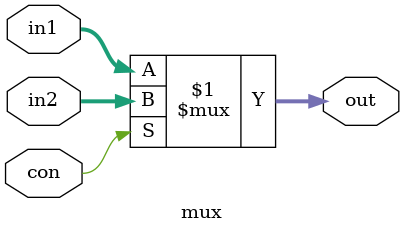
<source format=v>
`timescale 1ns / 1ps
module mux(
	out,
	in1, in2, con
    );

	output wire [7:0] out;
	input [7:0] in1, in2;
	input con;
	
	assign out = con ? in2 : in1;

endmodule

</source>
